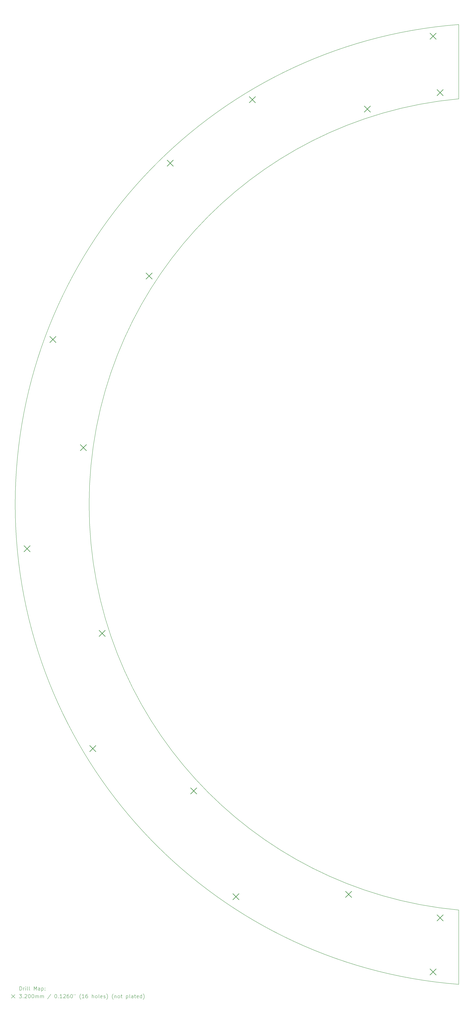
<source format=gbr>
%TF.GenerationSoftware,KiCad,Pcbnew,7.0.1-3b83917a11~172~ubuntu20.04.1*%
%TF.CreationDate,2023-04-20T10:59:01+02:00*%
%TF.ProjectId,nowcast,6e6f7763-6173-4742-9e6b-696361645f70,rev?*%
%TF.SameCoordinates,Original*%
%TF.FileFunction,Drillmap*%
%TF.FilePolarity,Positive*%
%FSLAX45Y45*%
G04 Gerber Fmt 4.5, Leading zero omitted, Abs format (unit mm)*
G04 Created by KiCad (PCBNEW 7.0.1-3b83917a11~172~ubuntu20.04.1) date 2023-04-20 10:59:01*
%MOMM*%
%LPD*%
G01*
G04 APERTURE LIST*
%ADD10C,0.130000*%
%ADD11C,0.200000*%
%ADD12C,0.320000*%
G04 APERTURE END LIST*
D10*
X89905285Y-30609350D02*
X89905285Y-34623514D01*
X89905285Y-78441111D02*
X89905285Y-82455275D01*
X89905285Y-34623514D02*
G75*
G03*
X89905285Y-78441110I1999991J-21908798D01*
G01*
X89905285Y-30609350D02*
G75*
G03*
X89905285Y-82455275I2000000J-25922963D01*
G01*
D11*
D12*
X66388000Y-58768000D02*
X66708000Y-59088000D01*
X66708000Y-58768000D02*
X66388000Y-59088000D01*
X67785000Y-47465000D02*
X68105000Y-47785000D01*
X68105000Y-47465000D02*
X67785000Y-47785000D01*
X69436000Y-53307000D02*
X69756000Y-53627000D01*
X69756000Y-53307000D02*
X69436000Y-53627000D01*
X69944000Y-69563000D02*
X70264000Y-69883000D01*
X70264000Y-69563000D02*
X69944000Y-69883000D01*
X70452000Y-63340000D02*
X70772000Y-63660000D01*
X70772000Y-63340000D02*
X70452000Y-63660000D01*
X72992000Y-44036000D02*
X73312000Y-44356000D01*
X73312000Y-44036000D02*
X72992000Y-44356000D01*
X74135000Y-37940000D02*
X74455000Y-38260000D01*
X74455000Y-37940000D02*
X74135000Y-38260000D01*
X75405000Y-71849000D02*
X75725000Y-72169000D01*
X75725000Y-71849000D02*
X75405000Y-72169000D01*
X77691000Y-77564000D02*
X78011000Y-77884000D01*
X78011000Y-77564000D02*
X77691000Y-77884000D01*
X78580000Y-34511000D02*
X78900000Y-34831000D01*
X78900000Y-34511000D02*
X78580000Y-34831000D01*
X83787000Y-77437000D02*
X84107000Y-77757000D01*
X84107000Y-77437000D02*
X83787000Y-77757000D01*
X84803000Y-35019000D02*
X85123000Y-35339000D01*
X85123000Y-35019000D02*
X84803000Y-35339000D01*
X88359000Y-31082000D02*
X88679000Y-31402000D01*
X88679000Y-31082000D02*
X88359000Y-31402000D01*
X88359000Y-81628000D02*
X88679000Y-81948000D01*
X88679000Y-81628000D02*
X88359000Y-81948000D01*
X88740000Y-34130000D02*
X89060000Y-34450000D01*
X89060000Y-34130000D02*
X88740000Y-34450000D01*
X88740000Y-78707000D02*
X89060000Y-79027000D01*
X89060000Y-78707000D02*
X88740000Y-79027000D01*
D11*
X66146404Y-82774299D02*
X66146404Y-82574299D01*
X66146404Y-82574299D02*
X66194023Y-82574299D01*
X66194023Y-82574299D02*
X66222594Y-82583823D01*
X66222594Y-82583823D02*
X66241642Y-82602870D01*
X66241642Y-82602870D02*
X66251166Y-82621918D01*
X66251166Y-82621918D02*
X66260689Y-82660013D01*
X66260689Y-82660013D02*
X66260689Y-82688585D01*
X66260689Y-82688585D02*
X66251166Y-82726680D01*
X66251166Y-82726680D02*
X66241642Y-82745728D01*
X66241642Y-82745728D02*
X66222594Y-82764775D01*
X66222594Y-82764775D02*
X66194023Y-82774299D01*
X66194023Y-82774299D02*
X66146404Y-82774299D01*
X66346404Y-82774299D02*
X66346404Y-82640966D01*
X66346404Y-82679061D02*
X66355927Y-82660013D01*
X66355927Y-82660013D02*
X66365451Y-82650489D01*
X66365451Y-82650489D02*
X66384499Y-82640966D01*
X66384499Y-82640966D02*
X66403547Y-82640966D01*
X66470213Y-82774299D02*
X66470213Y-82640966D01*
X66470213Y-82574299D02*
X66460689Y-82583823D01*
X66460689Y-82583823D02*
X66470213Y-82593347D01*
X66470213Y-82593347D02*
X66479737Y-82583823D01*
X66479737Y-82583823D02*
X66470213Y-82574299D01*
X66470213Y-82574299D02*
X66470213Y-82593347D01*
X66594023Y-82774299D02*
X66574975Y-82764775D01*
X66574975Y-82764775D02*
X66565451Y-82745728D01*
X66565451Y-82745728D02*
X66565451Y-82574299D01*
X66698785Y-82774299D02*
X66679737Y-82764775D01*
X66679737Y-82764775D02*
X66670213Y-82745728D01*
X66670213Y-82745728D02*
X66670213Y-82574299D01*
X66927356Y-82774299D02*
X66927356Y-82574299D01*
X66927356Y-82574299D02*
X66994023Y-82717156D01*
X66994023Y-82717156D02*
X67060689Y-82574299D01*
X67060689Y-82574299D02*
X67060689Y-82774299D01*
X67241642Y-82774299D02*
X67241642Y-82669537D01*
X67241642Y-82669537D02*
X67232118Y-82650489D01*
X67232118Y-82650489D02*
X67213070Y-82640966D01*
X67213070Y-82640966D02*
X67174975Y-82640966D01*
X67174975Y-82640966D02*
X67155928Y-82650489D01*
X67241642Y-82764775D02*
X67222594Y-82774299D01*
X67222594Y-82774299D02*
X67174975Y-82774299D01*
X67174975Y-82774299D02*
X67155928Y-82764775D01*
X67155928Y-82764775D02*
X67146404Y-82745728D01*
X67146404Y-82745728D02*
X67146404Y-82726680D01*
X67146404Y-82726680D02*
X67155928Y-82707632D01*
X67155928Y-82707632D02*
X67174975Y-82698109D01*
X67174975Y-82698109D02*
X67222594Y-82698109D01*
X67222594Y-82698109D02*
X67241642Y-82688585D01*
X67336880Y-82640966D02*
X67336880Y-82840966D01*
X67336880Y-82650489D02*
X67355928Y-82640966D01*
X67355928Y-82640966D02*
X67394023Y-82640966D01*
X67394023Y-82640966D02*
X67413070Y-82650489D01*
X67413070Y-82650489D02*
X67422594Y-82660013D01*
X67422594Y-82660013D02*
X67432118Y-82679061D01*
X67432118Y-82679061D02*
X67432118Y-82736204D01*
X67432118Y-82736204D02*
X67422594Y-82755251D01*
X67422594Y-82755251D02*
X67413070Y-82764775D01*
X67413070Y-82764775D02*
X67394023Y-82774299D01*
X67394023Y-82774299D02*
X67355928Y-82774299D01*
X67355928Y-82774299D02*
X67336880Y-82764775D01*
X67517832Y-82755251D02*
X67527356Y-82764775D01*
X67527356Y-82764775D02*
X67517832Y-82774299D01*
X67517832Y-82774299D02*
X67508309Y-82764775D01*
X67508309Y-82764775D02*
X67517832Y-82755251D01*
X67517832Y-82755251D02*
X67517832Y-82774299D01*
X67517832Y-82650489D02*
X67527356Y-82660013D01*
X67527356Y-82660013D02*
X67517832Y-82669537D01*
X67517832Y-82669537D02*
X67508309Y-82660013D01*
X67508309Y-82660013D02*
X67517832Y-82650489D01*
X67517832Y-82650489D02*
X67517832Y-82669537D01*
X65698785Y-83001775D02*
X65898785Y-83201775D01*
X65898785Y-83001775D02*
X65698785Y-83201775D01*
X66127356Y-82994299D02*
X66251166Y-82994299D01*
X66251166Y-82994299D02*
X66184499Y-83070489D01*
X66184499Y-83070489D02*
X66213070Y-83070489D01*
X66213070Y-83070489D02*
X66232118Y-83080013D01*
X66232118Y-83080013D02*
X66241642Y-83089537D01*
X66241642Y-83089537D02*
X66251166Y-83108585D01*
X66251166Y-83108585D02*
X66251166Y-83156204D01*
X66251166Y-83156204D02*
X66241642Y-83175251D01*
X66241642Y-83175251D02*
X66232118Y-83184775D01*
X66232118Y-83184775D02*
X66213070Y-83194299D01*
X66213070Y-83194299D02*
X66155927Y-83194299D01*
X66155927Y-83194299D02*
X66136880Y-83184775D01*
X66136880Y-83184775D02*
X66127356Y-83175251D01*
X66336880Y-83175251D02*
X66346404Y-83184775D01*
X66346404Y-83184775D02*
X66336880Y-83194299D01*
X66336880Y-83194299D02*
X66327356Y-83184775D01*
X66327356Y-83184775D02*
X66336880Y-83175251D01*
X66336880Y-83175251D02*
X66336880Y-83194299D01*
X66422594Y-83013347D02*
X66432118Y-83003823D01*
X66432118Y-83003823D02*
X66451166Y-82994299D01*
X66451166Y-82994299D02*
X66498785Y-82994299D01*
X66498785Y-82994299D02*
X66517832Y-83003823D01*
X66517832Y-83003823D02*
X66527356Y-83013347D01*
X66527356Y-83013347D02*
X66536880Y-83032394D01*
X66536880Y-83032394D02*
X66536880Y-83051442D01*
X66536880Y-83051442D02*
X66527356Y-83080013D01*
X66527356Y-83080013D02*
X66413070Y-83194299D01*
X66413070Y-83194299D02*
X66536880Y-83194299D01*
X66660689Y-82994299D02*
X66679737Y-82994299D01*
X66679737Y-82994299D02*
X66698785Y-83003823D01*
X66698785Y-83003823D02*
X66708308Y-83013347D01*
X66708308Y-83013347D02*
X66717832Y-83032394D01*
X66717832Y-83032394D02*
X66727356Y-83070489D01*
X66727356Y-83070489D02*
X66727356Y-83118109D01*
X66727356Y-83118109D02*
X66717832Y-83156204D01*
X66717832Y-83156204D02*
X66708308Y-83175251D01*
X66708308Y-83175251D02*
X66698785Y-83184775D01*
X66698785Y-83184775D02*
X66679737Y-83194299D01*
X66679737Y-83194299D02*
X66660689Y-83194299D01*
X66660689Y-83194299D02*
X66641642Y-83184775D01*
X66641642Y-83184775D02*
X66632118Y-83175251D01*
X66632118Y-83175251D02*
X66622594Y-83156204D01*
X66622594Y-83156204D02*
X66613070Y-83118109D01*
X66613070Y-83118109D02*
X66613070Y-83070489D01*
X66613070Y-83070489D02*
X66622594Y-83032394D01*
X66622594Y-83032394D02*
X66632118Y-83013347D01*
X66632118Y-83013347D02*
X66641642Y-83003823D01*
X66641642Y-83003823D02*
X66660689Y-82994299D01*
X66851166Y-82994299D02*
X66870213Y-82994299D01*
X66870213Y-82994299D02*
X66889261Y-83003823D01*
X66889261Y-83003823D02*
X66898785Y-83013347D01*
X66898785Y-83013347D02*
X66908308Y-83032394D01*
X66908308Y-83032394D02*
X66917832Y-83070489D01*
X66917832Y-83070489D02*
X66917832Y-83118109D01*
X66917832Y-83118109D02*
X66908308Y-83156204D01*
X66908308Y-83156204D02*
X66898785Y-83175251D01*
X66898785Y-83175251D02*
X66889261Y-83184775D01*
X66889261Y-83184775D02*
X66870213Y-83194299D01*
X66870213Y-83194299D02*
X66851166Y-83194299D01*
X66851166Y-83194299D02*
X66832118Y-83184775D01*
X66832118Y-83184775D02*
X66822594Y-83175251D01*
X66822594Y-83175251D02*
X66813070Y-83156204D01*
X66813070Y-83156204D02*
X66803547Y-83118109D01*
X66803547Y-83118109D02*
X66803547Y-83070489D01*
X66803547Y-83070489D02*
X66813070Y-83032394D01*
X66813070Y-83032394D02*
X66822594Y-83013347D01*
X66822594Y-83013347D02*
X66832118Y-83003823D01*
X66832118Y-83003823D02*
X66851166Y-82994299D01*
X67003547Y-83194299D02*
X67003547Y-83060966D01*
X67003547Y-83080013D02*
X67013070Y-83070489D01*
X67013070Y-83070489D02*
X67032118Y-83060966D01*
X67032118Y-83060966D02*
X67060689Y-83060966D01*
X67060689Y-83060966D02*
X67079737Y-83070489D01*
X67079737Y-83070489D02*
X67089261Y-83089537D01*
X67089261Y-83089537D02*
X67089261Y-83194299D01*
X67089261Y-83089537D02*
X67098785Y-83070489D01*
X67098785Y-83070489D02*
X67117832Y-83060966D01*
X67117832Y-83060966D02*
X67146404Y-83060966D01*
X67146404Y-83060966D02*
X67165451Y-83070489D01*
X67165451Y-83070489D02*
X67174975Y-83089537D01*
X67174975Y-83089537D02*
X67174975Y-83194299D01*
X67270213Y-83194299D02*
X67270213Y-83060966D01*
X67270213Y-83080013D02*
X67279737Y-83070489D01*
X67279737Y-83070489D02*
X67298785Y-83060966D01*
X67298785Y-83060966D02*
X67327356Y-83060966D01*
X67327356Y-83060966D02*
X67346404Y-83070489D01*
X67346404Y-83070489D02*
X67355928Y-83089537D01*
X67355928Y-83089537D02*
X67355928Y-83194299D01*
X67355928Y-83089537D02*
X67365451Y-83070489D01*
X67365451Y-83070489D02*
X67384499Y-83060966D01*
X67384499Y-83060966D02*
X67413070Y-83060966D01*
X67413070Y-83060966D02*
X67432118Y-83070489D01*
X67432118Y-83070489D02*
X67441642Y-83089537D01*
X67441642Y-83089537D02*
X67441642Y-83194299D01*
X67832118Y-82984775D02*
X67660690Y-83241918D01*
X68089261Y-82994299D02*
X68108309Y-82994299D01*
X68108309Y-82994299D02*
X68127356Y-83003823D01*
X68127356Y-83003823D02*
X68136880Y-83013347D01*
X68136880Y-83013347D02*
X68146404Y-83032394D01*
X68146404Y-83032394D02*
X68155928Y-83070489D01*
X68155928Y-83070489D02*
X68155928Y-83118109D01*
X68155928Y-83118109D02*
X68146404Y-83156204D01*
X68146404Y-83156204D02*
X68136880Y-83175251D01*
X68136880Y-83175251D02*
X68127356Y-83184775D01*
X68127356Y-83184775D02*
X68108309Y-83194299D01*
X68108309Y-83194299D02*
X68089261Y-83194299D01*
X68089261Y-83194299D02*
X68070213Y-83184775D01*
X68070213Y-83184775D02*
X68060690Y-83175251D01*
X68060690Y-83175251D02*
X68051166Y-83156204D01*
X68051166Y-83156204D02*
X68041642Y-83118109D01*
X68041642Y-83118109D02*
X68041642Y-83070489D01*
X68041642Y-83070489D02*
X68051166Y-83032394D01*
X68051166Y-83032394D02*
X68060690Y-83013347D01*
X68060690Y-83013347D02*
X68070213Y-83003823D01*
X68070213Y-83003823D02*
X68089261Y-82994299D01*
X68241642Y-83175251D02*
X68251166Y-83184775D01*
X68251166Y-83184775D02*
X68241642Y-83194299D01*
X68241642Y-83194299D02*
X68232118Y-83184775D01*
X68232118Y-83184775D02*
X68241642Y-83175251D01*
X68241642Y-83175251D02*
X68241642Y-83194299D01*
X68441642Y-83194299D02*
X68327356Y-83194299D01*
X68384499Y-83194299D02*
X68384499Y-82994299D01*
X68384499Y-82994299D02*
X68365452Y-83022870D01*
X68365452Y-83022870D02*
X68346404Y-83041918D01*
X68346404Y-83041918D02*
X68327356Y-83051442D01*
X68517833Y-83013347D02*
X68527356Y-83003823D01*
X68527356Y-83003823D02*
X68546404Y-82994299D01*
X68546404Y-82994299D02*
X68594023Y-82994299D01*
X68594023Y-82994299D02*
X68613071Y-83003823D01*
X68613071Y-83003823D02*
X68622594Y-83013347D01*
X68622594Y-83013347D02*
X68632118Y-83032394D01*
X68632118Y-83032394D02*
X68632118Y-83051442D01*
X68632118Y-83051442D02*
X68622594Y-83080013D01*
X68622594Y-83080013D02*
X68508309Y-83194299D01*
X68508309Y-83194299D02*
X68632118Y-83194299D01*
X68803547Y-82994299D02*
X68765452Y-82994299D01*
X68765452Y-82994299D02*
X68746404Y-83003823D01*
X68746404Y-83003823D02*
X68736880Y-83013347D01*
X68736880Y-83013347D02*
X68717833Y-83041918D01*
X68717833Y-83041918D02*
X68708309Y-83080013D01*
X68708309Y-83080013D02*
X68708309Y-83156204D01*
X68708309Y-83156204D02*
X68717833Y-83175251D01*
X68717833Y-83175251D02*
X68727356Y-83184775D01*
X68727356Y-83184775D02*
X68746404Y-83194299D01*
X68746404Y-83194299D02*
X68784499Y-83194299D01*
X68784499Y-83194299D02*
X68803547Y-83184775D01*
X68803547Y-83184775D02*
X68813071Y-83175251D01*
X68813071Y-83175251D02*
X68822594Y-83156204D01*
X68822594Y-83156204D02*
X68822594Y-83108585D01*
X68822594Y-83108585D02*
X68813071Y-83089537D01*
X68813071Y-83089537D02*
X68803547Y-83080013D01*
X68803547Y-83080013D02*
X68784499Y-83070489D01*
X68784499Y-83070489D02*
X68746404Y-83070489D01*
X68746404Y-83070489D02*
X68727356Y-83080013D01*
X68727356Y-83080013D02*
X68717833Y-83089537D01*
X68717833Y-83089537D02*
X68708309Y-83108585D01*
X68946404Y-82994299D02*
X68965452Y-82994299D01*
X68965452Y-82994299D02*
X68984499Y-83003823D01*
X68984499Y-83003823D02*
X68994023Y-83013347D01*
X68994023Y-83013347D02*
X69003547Y-83032394D01*
X69003547Y-83032394D02*
X69013071Y-83070489D01*
X69013071Y-83070489D02*
X69013071Y-83118109D01*
X69013071Y-83118109D02*
X69003547Y-83156204D01*
X69003547Y-83156204D02*
X68994023Y-83175251D01*
X68994023Y-83175251D02*
X68984499Y-83184775D01*
X68984499Y-83184775D02*
X68965452Y-83194299D01*
X68965452Y-83194299D02*
X68946404Y-83194299D01*
X68946404Y-83194299D02*
X68927356Y-83184775D01*
X68927356Y-83184775D02*
X68917833Y-83175251D01*
X68917833Y-83175251D02*
X68908309Y-83156204D01*
X68908309Y-83156204D02*
X68898785Y-83118109D01*
X68898785Y-83118109D02*
X68898785Y-83070489D01*
X68898785Y-83070489D02*
X68908309Y-83032394D01*
X68908309Y-83032394D02*
X68917833Y-83013347D01*
X68917833Y-83013347D02*
X68927356Y-83003823D01*
X68927356Y-83003823D02*
X68946404Y-82994299D01*
X69089261Y-82994299D02*
X69089261Y-83032394D01*
X69165452Y-82994299D02*
X69165452Y-83032394D01*
X69460690Y-83270489D02*
X69451166Y-83260966D01*
X69451166Y-83260966D02*
X69432118Y-83232394D01*
X69432118Y-83232394D02*
X69422595Y-83213347D01*
X69422595Y-83213347D02*
X69413071Y-83184775D01*
X69413071Y-83184775D02*
X69403547Y-83137156D01*
X69403547Y-83137156D02*
X69403547Y-83099061D01*
X69403547Y-83099061D02*
X69413071Y-83051442D01*
X69413071Y-83051442D02*
X69422595Y-83022870D01*
X69422595Y-83022870D02*
X69432118Y-83003823D01*
X69432118Y-83003823D02*
X69451166Y-82975251D01*
X69451166Y-82975251D02*
X69460690Y-82965728D01*
X69641642Y-83194299D02*
X69527356Y-83194299D01*
X69584499Y-83194299D02*
X69584499Y-82994299D01*
X69584499Y-82994299D02*
X69565452Y-83022870D01*
X69565452Y-83022870D02*
X69546404Y-83041918D01*
X69546404Y-83041918D02*
X69527356Y-83051442D01*
X69813071Y-82994299D02*
X69774975Y-82994299D01*
X69774975Y-82994299D02*
X69755928Y-83003823D01*
X69755928Y-83003823D02*
X69746404Y-83013347D01*
X69746404Y-83013347D02*
X69727356Y-83041918D01*
X69727356Y-83041918D02*
X69717833Y-83080013D01*
X69717833Y-83080013D02*
X69717833Y-83156204D01*
X69717833Y-83156204D02*
X69727356Y-83175251D01*
X69727356Y-83175251D02*
X69736880Y-83184775D01*
X69736880Y-83184775D02*
X69755928Y-83194299D01*
X69755928Y-83194299D02*
X69794023Y-83194299D01*
X69794023Y-83194299D02*
X69813071Y-83184775D01*
X69813071Y-83184775D02*
X69822595Y-83175251D01*
X69822595Y-83175251D02*
X69832118Y-83156204D01*
X69832118Y-83156204D02*
X69832118Y-83108585D01*
X69832118Y-83108585D02*
X69822595Y-83089537D01*
X69822595Y-83089537D02*
X69813071Y-83080013D01*
X69813071Y-83080013D02*
X69794023Y-83070489D01*
X69794023Y-83070489D02*
X69755928Y-83070489D01*
X69755928Y-83070489D02*
X69736880Y-83080013D01*
X69736880Y-83080013D02*
X69727356Y-83089537D01*
X69727356Y-83089537D02*
X69717833Y-83108585D01*
X70070214Y-83194299D02*
X70070214Y-82994299D01*
X70155928Y-83194299D02*
X70155928Y-83089537D01*
X70155928Y-83089537D02*
X70146404Y-83070489D01*
X70146404Y-83070489D02*
X70127357Y-83060966D01*
X70127357Y-83060966D02*
X70098785Y-83060966D01*
X70098785Y-83060966D02*
X70079737Y-83070489D01*
X70079737Y-83070489D02*
X70070214Y-83080013D01*
X70279737Y-83194299D02*
X70260690Y-83184775D01*
X70260690Y-83184775D02*
X70251166Y-83175251D01*
X70251166Y-83175251D02*
X70241642Y-83156204D01*
X70241642Y-83156204D02*
X70241642Y-83099061D01*
X70241642Y-83099061D02*
X70251166Y-83080013D01*
X70251166Y-83080013D02*
X70260690Y-83070489D01*
X70260690Y-83070489D02*
X70279737Y-83060966D01*
X70279737Y-83060966D02*
X70308309Y-83060966D01*
X70308309Y-83060966D02*
X70327357Y-83070489D01*
X70327357Y-83070489D02*
X70336880Y-83080013D01*
X70336880Y-83080013D02*
X70346404Y-83099061D01*
X70346404Y-83099061D02*
X70346404Y-83156204D01*
X70346404Y-83156204D02*
X70336880Y-83175251D01*
X70336880Y-83175251D02*
X70327357Y-83184775D01*
X70327357Y-83184775D02*
X70308309Y-83194299D01*
X70308309Y-83194299D02*
X70279737Y-83194299D01*
X70460690Y-83194299D02*
X70441642Y-83184775D01*
X70441642Y-83184775D02*
X70432118Y-83165728D01*
X70432118Y-83165728D02*
X70432118Y-82994299D01*
X70613071Y-83184775D02*
X70594023Y-83194299D01*
X70594023Y-83194299D02*
X70555928Y-83194299D01*
X70555928Y-83194299D02*
X70536880Y-83184775D01*
X70536880Y-83184775D02*
X70527357Y-83165728D01*
X70527357Y-83165728D02*
X70527357Y-83089537D01*
X70527357Y-83089537D02*
X70536880Y-83070489D01*
X70536880Y-83070489D02*
X70555928Y-83060966D01*
X70555928Y-83060966D02*
X70594023Y-83060966D01*
X70594023Y-83060966D02*
X70613071Y-83070489D01*
X70613071Y-83070489D02*
X70622595Y-83089537D01*
X70622595Y-83089537D02*
X70622595Y-83108585D01*
X70622595Y-83108585D02*
X70527357Y-83127632D01*
X70698785Y-83184775D02*
X70717833Y-83194299D01*
X70717833Y-83194299D02*
X70755928Y-83194299D01*
X70755928Y-83194299D02*
X70774976Y-83184775D01*
X70774976Y-83184775D02*
X70784499Y-83165728D01*
X70784499Y-83165728D02*
X70784499Y-83156204D01*
X70784499Y-83156204D02*
X70774976Y-83137156D01*
X70774976Y-83137156D02*
X70755928Y-83127632D01*
X70755928Y-83127632D02*
X70727357Y-83127632D01*
X70727357Y-83127632D02*
X70708309Y-83118109D01*
X70708309Y-83118109D02*
X70698785Y-83099061D01*
X70698785Y-83099061D02*
X70698785Y-83089537D01*
X70698785Y-83089537D02*
X70708309Y-83070489D01*
X70708309Y-83070489D02*
X70727357Y-83060966D01*
X70727357Y-83060966D02*
X70755928Y-83060966D01*
X70755928Y-83060966D02*
X70774976Y-83070489D01*
X70851166Y-83270489D02*
X70860690Y-83260966D01*
X70860690Y-83260966D02*
X70879738Y-83232394D01*
X70879738Y-83232394D02*
X70889261Y-83213347D01*
X70889261Y-83213347D02*
X70898785Y-83184775D01*
X70898785Y-83184775D02*
X70908309Y-83137156D01*
X70908309Y-83137156D02*
X70908309Y-83099061D01*
X70908309Y-83099061D02*
X70898785Y-83051442D01*
X70898785Y-83051442D02*
X70889261Y-83022870D01*
X70889261Y-83022870D02*
X70879738Y-83003823D01*
X70879738Y-83003823D02*
X70860690Y-82975251D01*
X70860690Y-82975251D02*
X70851166Y-82965728D01*
X71213071Y-83270489D02*
X71203547Y-83260966D01*
X71203547Y-83260966D02*
X71184499Y-83232394D01*
X71184499Y-83232394D02*
X71174976Y-83213347D01*
X71174976Y-83213347D02*
X71165452Y-83184775D01*
X71165452Y-83184775D02*
X71155928Y-83137156D01*
X71155928Y-83137156D02*
X71155928Y-83099061D01*
X71155928Y-83099061D02*
X71165452Y-83051442D01*
X71165452Y-83051442D02*
X71174976Y-83022870D01*
X71174976Y-83022870D02*
X71184499Y-83003823D01*
X71184499Y-83003823D02*
X71203547Y-82975251D01*
X71203547Y-82975251D02*
X71213071Y-82965728D01*
X71289261Y-83060966D02*
X71289261Y-83194299D01*
X71289261Y-83080013D02*
X71298785Y-83070489D01*
X71298785Y-83070489D02*
X71317833Y-83060966D01*
X71317833Y-83060966D02*
X71346404Y-83060966D01*
X71346404Y-83060966D02*
X71365452Y-83070489D01*
X71365452Y-83070489D02*
X71374976Y-83089537D01*
X71374976Y-83089537D02*
X71374976Y-83194299D01*
X71498785Y-83194299D02*
X71479738Y-83184775D01*
X71479738Y-83184775D02*
X71470214Y-83175251D01*
X71470214Y-83175251D02*
X71460690Y-83156204D01*
X71460690Y-83156204D02*
X71460690Y-83099061D01*
X71460690Y-83099061D02*
X71470214Y-83080013D01*
X71470214Y-83080013D02*
X71479738Y-83070489D01*
X71479738Y-83070489D02*
X71498785Y-83060966D01*
X71498785Y-83060966D02*
X71527357Y-83060966D01*
X71527357Y-83060966D02*
X71546404Y-83070489D01*
X71546404Y-83070489D02*
X71555928Y-83080013D01*
X71555928Y-83080013D02*
X71565452Y-83099061D01*
X71565452Y-83099061D02*
X71565452Y-83156204D01*
X71565452Y-83156204D02*
X71555928Y-83175251D01*
X71555928Y-83175251D02*
X71546404Y-83184775D01*
X71546404Y-83184775D02*
X71527357Y-83194299D01*
X71527357Y-83194299D02*
X71498785Y-83194299D01*
X71622595Y-83060966D02*
X71698785Y-83060966D01*
X71651166Y-82994299D02*
X71651166Y-83165728D01*
X71651166Y-83165728D02*
X71660690Y-83184775D01*
X71660690Y-83184775D02*
X71679738Y-83194299D01*
X71679738Y-83194299D02*
X71698785Y-83194299D01*
X71917833Y-83060966D02*
X71917833Y-83260966D01*
X71917833Y-83070489D02*
X71936880Y-83060966D01*
X71936880Y-83060966D02*
X71974976Y-83060966D01*
X71974976Y-83060966D02*
X71994023Y-83070489D01*
X71994023Y-83070489D02*
X72003547Y-83080013D01*
X72003547Y-83080013D02*
X72013071Y-83099061D01*
X72013071Y-83099061D02*
X72013071Y-83156204D01*
X72013071Y-83156204D02*
X72003547Y-83175251D01*
X72003547Y-83175251D02*
X71994023Y-83184775D01*
X71994023Y-83184775D02*
X71974976Y-83194299D01*
X71974976Y-83194299D02*
X71936880Y-83194299D01*
X71936880Y-83194299D02*
X71917833Y-83184775D01*
X72127357Y-83194299D02*
X72108309Y-83184775D01*
X72108309Y-83184775D02*
X72098785Y-83165728D01*
X72098785Y-83165728D02*
X72098785Y-82994299D01*
X72289261Y-83194299D02*
X72289261Y-83089537D01*
X72289261Y-83089537D02*
X72279738Y-83070489D01*
X72279738Y-83070489D02*
X72260690Y-83060966D01*
X72260690Y-83060966D02*
X72222595Y-83060966D01*
X72222595Y-83060966D02*
X72203547Y-83070489D01*
X72289261Y-83184775D02*
X72270214Y-83194299D01*
X72270214Y-83194299D02*
X72222595Y-83194299D01*
X72222595Y-83194299D02*
X72203547Y-83184775D01*
X72203547Y-83184775D02*
X72194023Y-83165728D01*
X72194023Y-83165728D02*
X72194023Y-83146680D01*
X72194023Y-83146680D02*
X72203547Y-83127632D01*
X72203547Y-83127632D02*
X72222595Y-83118109D01*
X72222595Y-83118109D02*
X72270214Y-83118109D01*
X72270214Y-83118109D02*
X72289261Y-83108585D01*
X72355928Y-83060966D02*
X72432119Y-83060966D01*
X72384500Y-82994299D02*
X72384500Y-83165728D01*
X72384500Y-83165728D02*
X72394023Y-83184775D01*
X72394023Y-83184775D02*
X72413071Y-83194299D01*
X72413071Y-83194299D02*
X72432119Y-83194299D01*
X72574976Y-83184775D02*
X72555928Y-83194299D01*
X72555928Y-83194299D02*
X72517833Y-83194299D01*
X72517833Y-83194299D02*
X72498785Y-83184775D01*
X72498785Y-83184775D02*
X72489261Y-83165728D01*
X72489261Y-83165728D02*
X72489261Y-83089537D01*
X72489261Y-83089537D02*
X72498785Y-83070489D01*
X72498785Y-83070489D02*
X72517833Y-83060966D01*
X72517833Y-83060966D02*
X72555928Y-83060966D01*
X72555928Y-83060966D02*
X72574976Y-83070489D01*
X72574976Y-83070489D02*
X72584500Y-83089537D01*
X72584500Y-83089537D02*
X72584500Y-83108585D01*
X72584500Y-83108585D02*
X72489261Y-83127632D01*
X72755928Y-83194299D02*
X72755928Y-82994299D01*
X72755928Y-83184775D02*
X72736881Y-83194299D01*
X72736881Y-83194299D02*
X72698785Y-83194299D01*
X72698785Y-83194299D02*
X72679738Y-83184775D01*
X72679738Y-83184775D02*
X72670214Y-83175251D01*
X72670214Y-83175251D02*
X72660690Y-83156204D01*
X72660690Y-83156204D02*
X72660690Y-83099061D01*
X72660690Y-83099061D02*
X72670214Y-83080013D01*
X72670214Y-83080013D02*
X72679738Y-83070489D01*
X72679738Y-83070489D02*
X72698785Y-83060966D01*
X72698785Y-83060966D02*
X72736881Y-83060966D01*
X72736881Y-83060966D02*
X72755928Y-83070489D01*
X72832119Y-83270489D02*
X72841642Y-83260966D01*
X72841642Y-83260966D02*
X72860690Y-83232394D01*
X72860690Y-83232394D02*
X72870214Y-83213347D01*
X72870214Y-83213347D02*
X72879738Y-83184775D01*
X72879738Y-83184775D02*
X72889261Y-83137156D01*
X72889261Y-83137156D02*
X72889261Y-83099061D01*
X72889261Y-83099061D02*
X72879738Y-83051442D01*
X72879738Y-83051442D02*
X72870214Y-83022870D01*
X72870214Y-83022870D02*
X72860690Y-83003823D01*
X72860690Y-83003823D02*
X72841642Y-82975251D01*
X72841642Y-82975251D02*
X72832119Y-82965728D01*
M02*

</source>
